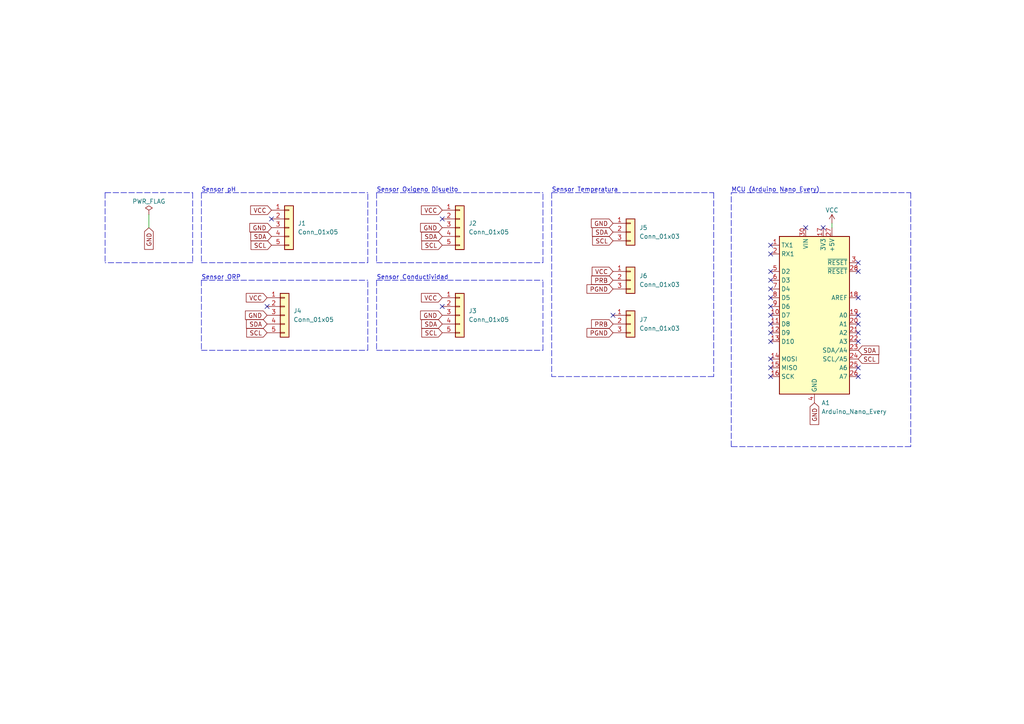
<source format=kicad_sch>
(kicad_sch (version 20211123) (generator eeschema)

  (uuid e63e39d7-6ac0-4ffd-8aa3-1841a4541b55)

  (paper "A4")

  (title_block
    (title "Atlas Sensor PCB")
    (date "2022-05-27")
    (rev "1.0")
    (company "ITCH")
    (comment 1 "Ricardo Escarcega")
    (comment 2 "Diseñado por:")
  )

  (lib_symbols
    (symbol "Connector_Generic:Conn_01x03" (pin_names (offset 1.016) hide) (in_bom yes) (on_board yes)
      (property "Reference" "J" (id 0) (at 0 5.08 0)
        (effects (font (size 1.27 1.27)))
      )
      (property "Value" "Conn_01x03" (id 1) (at 0 -5.08 0)
        (effects (font (size 1.27 1.27)))
      )
      (property "Footprint" "" (id 2) (at 0 0 0)
        (effects (font (size 1.27 1.27)) hide)
      )
      (property "Datasheet" "~" (id 3) (at 0 0 0)
        (effects (font (size 1.27 1.27)) hide)
      )
      (property "ki_keywords" "connector" (id 4) (at 0 0 0)
        (effects (font (size 1.27 1.27)) hide)
      )
      (property "ki_description" "Generic connector, single row, 01x03, script generated (kicad-library-utils/schlib/autogen/connector/)" (id 5) (at 0 0 0)
        (effects (font (size 1.27 1.27)) hide)
      )
      (property "ki_fp_filters" "Connector*:*_1x??_*" (id 6) (at 0 0 0)
        (effects (font (size 1.27 1.27)) hide)
      )
      (symbol "Conn_01x03_1_1"
        (rectangle (start -1.27 -2.413) (end 0 -2.667)
          (stroke (width 0.1524) (type default) (color 0 0 0 0))
          (fill (type none))
        )
        (rectangle (start -1.27 0.127) (end 0 -0.127)
          (stroke (width 0.1524) (type default) (color 0 0 0 0))
          (fill (type none))
        )
        (rectangle (start -1.27 2.667) (end 0 2.413)
          (stroke (width 0.1524) (type default) (color 0 0 0 0))
          (fill (type none))
        )
        (rectangle (start -1.27 3.81) (end 1.27 -3.81)
          (stroke (width 0.254) (type default) (color 0 0 0 0))
          (fill (type background))
        )
        (pin passive line (at -5.08 2.54 0) (length 3.81)
          (name "Pin_1" (effects (font (size 1.27 1.27))))
          (number "1" (effects (font (size 1.27 1.27))))
        )
        (pin passive line (at -5.08 0 0) (length 3.81)
          (name "Pin_2" (effects (font (size 1.27 1.27))))
          (number "2" (effects (font (size 1.27 1.27))))
        )
        (pin passive line (at -5.08 -2.54 0) (length 3.81)
          (name "Pin_3" (effects (font (size 1.27 1.27))))
          (number "3" (effects (font (size 1.27 1.27))))
        )
      )
    )
    (symbol "Connector_Generic:Conn_01x05" (pin_names (offset 1.016) hide) (in_bom yes) (on_board yes)
      (property "Reference" "J" (id 0) (at 0 7.62 0)
        (effects (font (size 1.27 1.27)))
      )
      (property "Value" "Conn_01x05" (id 1) (at 0 -7.62 0)
        (effects (font (size 1.27 1.27)))
      )
      (property "Footprint" "" (id 2) (at 0 0 0)
        (effects (font (size 1.27 1.27)) hide)
      )
      (property "Datasheet" "~" (id 3) (at 0 0 0)
        (effects (font (size 1.27 1.27)) hide)
      )
      (property "ki_keywords" "connector" (id 4) (at 0 0 0)
        (effects (font (size 1.27 1.27)) hide)
      )
      (property "ki_description" "Generic connector, single row, 01x05, script generated (kicad-library-utils/schlib/autogen/connector/)" (id 5) (at 0 0 0)
        (effects (font (size 1.27 1.27)) hide)
      )
      (property "ki_fp_filters" "Connector*:*_1x??_*" (id 6) (at 0 0 0)
        (effects (font (size 1.27 1.27)) hide)
      )
      (symbol "Conn_01x05_1_1"
        (rectangle (start -1.27 -4.953) (end 0 -5.207)
          (stroke (width 0.1524) (type default) (color 0 0 0 0))
          (fill (type none))
        )
        (rectangle (start -1.27 -2.413) (end 0 -2.667)
          (stroke (width 0.1524) (type default) (color 0 0 0 0))
          (fill (type none))
        )
        (rectangle (start -1.27 0.127) (end 0 -0.127)
          (stroke (width 0.1524) (type default) (color 0 0 0 0))
          (fill (type none))
        )
        (rectangle (start -1.27 2.667) (end 0 2.413)
          (stroke (width 0.1524) (type default) (color 0 0 0 0))
          (fill (type none))
        )
        (rectangle (start -1.27 5.207) (end 0 4.953)
          (stroke (width 0.1524) (type default) (color 0 0 0 0))
          (fill (type none))
        )
        (rectangle (start -1.27 6.35) (end 1.27 -6.35)
          (stroke (width 0.254) (type default) (color 0 0 0 0))
          (fill (type background))
        )
        (pin passive line (at -5.08 5.08 0) (length 3.81)
          (name "Pin_1" (effects (font (size 1.27 1.27))))
          (number "1" (effects (font (size 1.27 1.27))))
        )
        (pin passive line (at -5.08 2.54 0) (length 3.81)
          (name "Pin_2" (effects (font (size 1.27 1.27))))
          (number "2" (effects (font (size 1.27 1.27))))
        )
        (pin passive line (at -5.08 0 0) (length 3.81)
          (name "Pin_3" (effects (font (size 1.27 1.27))))
          (number "3" (effects (font (size 1.27 1.27))))
        )
        (pin passive line (at -5.08 -2.54 0) (length 3.81)
          (name "Pin_4" (effects (font (size 1.27 1.27))))
          (number "4" (effects (font (size 1.27 1.27))))
        )
        (pin passive line (at -5.08 -5.08 0) (length 3.81)
          (name "Pin_5" (effects (font (size 1.27 1.27))))
          (number "5" (effects (font (size 1.27 1.27))))
        )
      )
    )
    (symbol "MCU_Module:Arduino_Nano_Every" (in_bom yes) (on_board yes)
      (property "Reference" "A" (id 0) (at -10.16 23.495 0)
        (effects (font (size 1.27 1.27)) (justify left bottom))
      )
      (property "Value" "Arduino_Nano_Every" (id 1) (at 5.08 -24.13 0)
        (effects (font (size 1.27 1.27)) (justify left top))
      )
      (property "Footprint" "Module:Arduino_Nano" (id 2) (at 0 0 0)
        (effects (font (size 1.27 1.27) italic) hide)
      )
      (property "Datasheet" "https://content.arduino.cc/assets/NANOEveryV3.0_sch.pdf" (id 3) (at 0 0 0)
        (effects (font (size 1.27 1.27)) hide)
      )
      (property "ki_keywords" "Arduino nano microcontroller module USB UPDI AATMega4809 AVR" (id 4) (at 0 0 0)
        (effects (font (size 1.27 1.27)) hide)
      )
      (property "ki_description" "Arduino Nano Every" (id 5) (at 0 0 0)
        (effects (font (size 1.27 1.27)) hide)
      )
      (property "ki_fp_filters" "Arduino*Nano*" (id 6) (at 0 0 0)
        (effects (font (size 1.27 1.27)) hide)
      )
      (symbol "Arduino_Nano_Every_0_1"
        (rectangle (start -10.16 22.86) (end 10.16 -22.86)
          (stroke (width 0.254) (type default) (color 0 0 0 0))
          (fill (type background))
        )
      )
      (symbol "Arduino_Nano_Every_1_1"
        (pin bidirectional line (at -12.7 20.32 0) (length 2.54)
          (name "TX1" (effects (font (size 1.27 1.27))))
          (number "1" (effects (font (size 1.27 1.27))))
        )
        (pin bidirectional line (at -12.7 0 0) (length 2.54)
          (name "D7" (effects (font (size 1.27 1.27))))
          (number "10" (effects (font (size 1.27 1.27))))
        )
        (pin bidirectional line (at -12.7 -2.54 0) (length 2.54)
          (name "D8" (effects (font (size 1.27 1.27))))
          (number "11" (effects (font (size 1.27 1.27))))
        )
        (pin bidirectional line (at -12.7 -5.08 0) (length 2.54)
          (name "D9" (effects (font (size 1.27 1.27))))
          (number "12" (effects (font (size 1.27 1.27))))
        )
        (pin bidirectional line (at -12.7 -7.62 0) (length 2.54)
          (name "D10" (effects (font (size 1.27 1.27))))
          (number "13" (effects (font (size 1.27 1.27))))
        )
        (pin bidirectional line (at -12.7 -12.7 0) (length 2.54)
          (name "MOSI" (effects (font (size 1.27 1.27))))
          (number "14" (effects (font (size 1.27 1.27))))
        )
        (pin bidirectional line (at -12.7 -15.24 0) (length 2.54)
          (name "MISO" (effects (font (size 1.27 1.27))))
          (number "15" (effects (font (size 1.27 1.27))))
        )
        (pin bidirectional line (at -12.7 -17.78 0) (length 2.54)
          (name "SCK" (effects (font (size 1.27 1.27))))
          (number "16" (effects (font (size 1.27 1.27))))
        )
        (pin power_out line (at 2.54 25.4 270) (length 2.54)
          (name "3V3" (effects (font (size 1.27 1.27))))
          (number "17" (effects (font (size 1.27 1.27))))
        )
        (pin input line (at 12.7 5.08 180) (length 2.54)
          (name "AREF" (effects (font (size 1.27 1.27))))
          (number "18" (effects (font (size 1.27 1.27))))
        )
        (pin bidirectional line (at 12.7 0 180) (length 2.54)
          (name "A0" (effects (font (size 1.27 1.27))))
          (number "19" (effects (font (size 1.27 1.27))))
        )
        (pin bidirectional line (at -12.7 17.78 0) (length 2.54)
          (name "RX1" (effects (font (size 1.27 1.27))))
          (number "2" (effects (font (size 1.27 1.27))))
        )
        (pin bidirectional line (at 12.7 -2.54 180) (length 2.54)
          (name "A1" (effects (font (size 1.27 1.27))))
          (number "20" (effects (font (size 1.27 1.27))))
        )
        (pin bidirectional line (at 12.7 -5.08 180) (length 2.54)
          (name "A2" (effects (font (size 1.27 1.27))))
          (number "21" (effects (font (size 1.27 1.27))))
        )
        (pin bidirectional line (at 12.7 -7.62 180) (length 2.54)
          (name "A3" (effects (font (size 1.27 1.27))))
          (number "22" (effects (font (size 1.27 1.27))))
        )
        (pin bidirectional line (at 12.7 -10.16 180) (length 2.54)
          (name "SDA/A4" (effects (font (size 1.27 1.27))))
          (number "23" (effects (font (size 1.27 1.27))))
        )
        (pin bidirectional line (at 12.7 -12.7 180) (length 2.54)
          (name "SCL/A5" (effects (font (size 1.27 1.27))))
          (number "24" (effects (font (size 1.27 1.27))))
        )
        (pin bidirectional line (at 12.7 -15.24 180) (length 2.54)
          (name "A6" (effects (font (size 1.27 1.27))))
          (number "25" (effects (font (size 1.27 1.27))))
        )
        (pin bidirectional line (at 12.7 -17.78 180) (length 2.54)
          (name "A7" (effects (font (size 1.27 1.27))))
          (number "26" (effects (font (size 1.27 1.27))))
        )
        (pin power_out line (at 5.08 25.4 270) (length 2.54)
          (name "+5V" (effects (font (size 1.27 1.27))))
          (number "27" (effects (font (size 1.27 1.27))))
        )
        (pin input line (at 12.7 12.7 180) (length 2.54)
          (name "~{RESET}" (effects (font (size 1.27 1.27))))
          (number "28" (effects (font (size 1.27 1.27))))
        )
        (pin passive line (at 0 -25.4 90) (length 2.54) hide
          (name "GND" (effects (font (size 1.27 1.27))))
          (number "29" (effects (font (size 1.27 1.27))))
        )
        (pin input line (at 12.7 15.24 180) (length 2.54)
          (name "~{RESET}" (effects (font (size 1.27 1.27))))
          (number "3" (effects (font (size 1.27 1.27))))
        )
        (pin power_in line (at -2.54 25.4 270) (length 2.54)
          (name "VIN" (effects (font (size 1.27 1.27))))
          (number "30" (effects (font (size 1.27 1.27))))
        )
        (pin power_in line (at 0 -25.4 90) (length 2.54)
          (name "GND" (effects (font (size 1.27 1.27))))
          (number "4" (effects (font (size 1.27 1.27))))
        )
        (pin bidirectional line (at -12.7 12.7 0) (length 2.54)
          (name "D2" (effects (font (size 1.27 1.27))))
          (number "5" (effects (font (size 1.27 1.27))))
        )
        (pin bidirectional line (at -12.7 10.16 0) (length 2.54)
          (name "D3" (effects (font (size 1.27 1.27))))
          (number "6" (effects (font (size 1.27 1.27))))
        )
        (pin bidirectional line (at -12.7 7.62 0) (length 2.54)
          (name "D4" (effects (font (size 1.27 1.27))))
          (number "7" (effects (font (size 1.27 1.27))))
        )
        (pin bidirectional line (at -12.7 5.08 0) (length 2.54)
          (name "D5" (effects (font (size 1.27 1.27))))
          (number "8" (effects (font (size 1.27 1.27))))
        )
        (pin bidirectional line (at -12.7 2.54 0) (length 2.54)
          (name "D6" (effects (font (size 1.27 1.27))))
          (number "9" (effects (font (size 1.27 1.27))))
        )
      )
    )
    (symbol "power:PWR_FLAG" (power) (pin_numbers hide) (pin_names (offset 0) hide) (in_bom yes) (on_board yes)
      (property "Reference" "#FLG" (id 0) (at 0 1.905 0)
        (effects (font (size 1.27 1.27)) hide)
      )
      (property "Value" "PWR_FLAG" (id 1) (at 0 3.81 0)
        (effects (font (size 1.27 1.27)))
      )
      (property "Footprint" "" (id 2) (at 0 0 0)
        (effects (font (size 1.27 1.27)) hide)
      )
      (property "Datasheet" "~" (id 3) (at 0 0 0)
        (effects (font (size 1.27 1.27)) hide)
      )
      (property "ki_keywords" "power-flag" (id 4) (at 0 0 0)
        (effects (font (size 1.27 1.27)) hide)
      )
      (property "ki_description" "Special symbol for telling ERC where power comes from" (id 5) (at 0 0 0)
        (effects (font (size 1.27 1.27)) hide)
      )
      (symbol "PWR_FLAG_0_0"
        (pin power_out line (at 0 0 90) (length 0)
          (name "pwr" (effects (font (size 1.27 1.27))))
          (number "1" (effects (font (size 1.27 1.27))))
        )
      )
      (symbol "PWR_FLAG_0_1"
        (polyline
          (pts
            (xy 0 0)
            (xy 0 1.27)
            (xy -1.016 1.905)
            (xy 0 2.54)
            (xy 1.016 1.905)
            (xy 0 1.27)
          )
          (stroke (width 0) (type default) (color 0 0 0 0))
          (fill (type none))
        )
      )
    )
    (symbol "power:VCC" (power) (pin_names (offset 0)) (in_bom yes) (on_board yes)
      (property "Reference" "#PWR" (id 0) (at 0 -3.81 0)
        (effects (font (size 1.27 1.27)) hide)
      )
      (property "Value" "VCC" (id 1) (at 0 3.81 0)
        (effects (font (size 1.27 1.27)))
      )
      (property "Footprint" "" (id 2) (at 0 0 0)
        (effects (font (size 1.27 1.27)) hide)
      )
      (property "Datasheet" "" (id 3) (at 0 0 0)
        (effects (font (size 1.27 1.27)) hide)
      )
      (property "ki_keywords" "power-flag" (id 4) (at 0 0 0)
        (effects (font (size 1.27 1.27)) hide)
      )
      (property "ki_description" "Power symbol creates a global label with name \"VCC\"" (id 5) (at 0 0 0)
        (effects (font (size 1.27 1.27)) hide)
      )
      (symbol "VCC_0_1"
        (polyline
          (pts
            (xy -0.762 1.27)
            (xy 0 2.54)
          )
          (stroke (width 0) (type default) (color 0 0 0 0))
          (fill (type none))
        )
        (polyline
          (pts
            (xy 0 0)
            (xy 0 2.54)
          )
          (stroke (width 0) (type default) (color 0 0 0 0))
          (fill (type none))
        )
        (polyline
          (pts
            (xy 0 2.54)
            (xy 0.762 1.27)
          )
          (stroke (width 0) (type default) (color 0 0 0 0))
          (fill (type none))
        )
      )
      (symbol "VCC_1_1"
        (pin power_in line (at 0 0 90) (length 0) hide
          (name "VCC" (effects (font (size 1.27 1.27))))
          (number "1" (effects (font (size 1.27 1.27))))
        )
      )
    )
  )


  (no_connect (at 128.27 88.9) (uuid 36c39291-9b68-46d8-a0e3-acfa6ced1e66))
  (no_connect (at 128.27 63.5) (uuid 36c39291-9b68-46d8-a0e3-acfa6ced1e66))
  (no_connect (at 77.47 88.9) (uuid 36c39291-9b68-46d8-a0e3-acfa6ced1e66))
  (no_connect (at 78.74 63.5) (uuid 36c39291-9b68-46d8-a0e3-acfa6ced1e66))
  (no_connect (at 223.52 93.98) (uuid 782c5607-b71b-4cd8-af13-a20f5e492676))
  (no_connect (at 223.52 96.52) (uuid 782c5607-b71b-4cd8-af13-a20f5e492676))
  (no_connect (at 223.52 88.9) (uuid 782c5607-b71b-4cd8-af13-a20f5e492676))
  (no_connect (at 223.52 86.36) (uuid 782c5607-b71b-4cd8-af13-a20f5e492676))
  (no_connect (at 223.52 91.44) (uuid 782c5607-b71b-4cd8-af13-a20f5e492676))
  (no_connect (at 248.92 106.68) (uuid 782c5607-b71b-4cd8-af13-a20f5e492676))
  (no_connect (at 223.52 104.14) (uuid 782c5607-b71b-4cd8-af13-a20f5e492676))
  (no_connect (at 248.92 109.22) (uuid 782c5607-b71b-4cd8-af13-a20f5e492676))
  (no_connect (at 223.52 109.22) (uuid 782c5607-b71b-4cd8-af13-a20f5e492676))
  (no_connect (at 223.52 106.68) (uuid 782c5607-b71b-4cd8-af13-a20f5e492676))
  (no_connect (at 223.52 83.82) (uuid 782c5607-b71b-4cd8-af13-a20f5e492676))
  (no_connect (at 223.52 78.74) (uuid 782c5607-b71b-4cd8-af13-a20f5e492676))
  (no_connect (at 223.52 81.28) (uuid 782c5607-b71b-4cd8-af13-a20f5e492676))
  (no_connect (at 223.52 99.06) (uuid 782c5607-b71b-4cd8-af13-a20f5e492676))
  (no_connect (at 177.8 91.44) (uuid b1b86599-bf60-4e01-b857-ef457363a422))
  (no_connect (at 248.92 99.06) (uuid e091d0d4-05db-48ca-9fe4-0d644df1d076))
  (no_connect (at 248.92 93.98) (uuid e091d0d4-05db-48ca-9fe4-0d644df1d076))
  (no_connect (at 233.68 66.04) (uuid e091d0d4-05db-48ca-9fe4-0d644df1d076))
  (no_connect (at 238.76 66.04) (uuid e091d0d4-05db-48ca-9fe4-0d644df1d076))
  (no_connect (at 248.92 78.74) (uuid e091d0d4-05db-48ca-9fe4-0d644df1d076))
  (no_connect (at 248.92 86.36) (uuid e091d0d4-05db-48ca-9fe4-0d644df1d076))
  (no_connect (at 248.92 76.2) (uuid e091d0d4-05db-48ca-9fe4-0d644df1d076))
  (no_connect (at 223.52 73.66) (uuid e091d0d4-05db-48ca-9fe4-0d644df1d076))
  (no_connect (at 248.92 91.44) (uuid e091d0d4-05db-48ca-9fe4-0d644df1d076))
  (no_connect (at 248.92 96.52) (uuid e091d0d4-05db-48ca-9fe4-0d644df1d076))
  (no_connect (at 223.52 71.12) (uuid e091d0d4-05db-48ca-9fe4-0d644df1d076))

  (polyline (pts (xy 58.42 55.88) (xy 106.68 55.88))
    (stroke (width 0) (type default) (color 0 0 0 0))
    (uuid 001969ba-6151-431c-89f1-aa1b484bcb7d)
  )

  (wire (pts (xy 241.3 64.77) (xy 241.3 66.04))
    (stroke (width 0) (type default) (color 0 0 0 0))
    (uuid 003fa981-d5f9-49af-8fb7-c6ff809eec4f)
  )
  (polyline (pts (xy 55.88 76.2) (xy 30.48 76.2))
    (stroke (width 0) (type default) (color 0 0 0 0))
    (uuid 061ac54b-e2a6-4ef2-9024-6e5970721c50)
  )
  (polyline (pts (xy 30.48 55.88) (xy 30.48 76.2))
    (stroke (width 0) (type default) (color 0 0 0 0))
    (uuid 0dbe29b3-7a90-4f5d-af42-468b6ab3a4eb)
  )
  (polyline (pts (xy 55.88 55.88) (xy 55.88 76.2))
    (stroke (width 0) (type default) (color 0 0 0 0))
    (uuid 2334786a-89af-4fa5-8a94-ae91d11b0933)
  )

  (wire (pts (xy 43.18 62.23) (xy 43.18 66.04))
    (stroke (width 0) (type default) (color 0 0 0 0))
    (uuid 254ed72c-e188-4eb9-991d-91a5bc587842)
  )
  (polyline (pts (xy 264.16 55.88) (xy 264.16 129.54))
    (stroke (width 0) (type default) (color 0 0 0 0))
    (uuid 25cafc01-c867-4a2d-967b-37666a36d1e0)
  )
  (polyline (pts (xy 109.22 81.28) (xy 109.22 101.6))
    (stroke (width 0) (type default) (color 0 0 0 0))
    (uuid 3f834c6d-aa14-4e50-9191-f1b10101ce14)
  )
  (polyline (pts (xy 264.16 129.54) (xy 212.09 129.54))
    (stroke (width 0) (type default) (color 0 0 0 0))
    (uuid 520db698-d7f8-46ce-bd86-8a80c14d7012)
  )
  (polyline (pts (xy 58.42 76.2) (xy 106.68 76.2))
    (stroke (width 0) (type default) (color 0 0 0 0))
    (uuid 594cf31e-2281-4634-aece-b3c4f76090af)
  )
  (polyline (pts (xy 217.17 55.88) (xy 264.16 55.88))
    (stroke (width 0) (type default) (color 0 0 0 0))
    (uuid 686b5653-e3f4-430b-9fd7-959c4b2104f7)
  )
  (polyline (pts (xy 106.68 101.6) (xy 106.68 81.28))
    (stroke (width 0) (type default) (color 0 0 0 0))
    (uuid 724c1a1a-09e5-42c2-b7b6-0b379737130a)
  )
  (polyline (pts (xy 109.22 55.88) (xy 109.22 76.2))
    (stroke (width 0) (type default) (color 0 0 0 0))
    (uuid 742a688d-d537-47a9-a7e9-1f169473420b)
  )
  (polyline (pts (xy 58.42 55.88) (xy 58.42 76.2))
    (stroke (width 0) (type default) (color 0 0 0 0))
    (uuid 77462f3c-502a-4881-8c27-38c861f86c17)
  )
  (polyline (pts (xy 207.01 55.88) (xy 207.01 109.22))
    (stroke (width 0) (type default) (color 0 0 0 0))
    (uuid 88520720-100d-4843-b4ce-1c377a1ecbb3)
  )
  (polyline (pts (xy 106.68 76.2) (xy 106.68 55.88))
    (stroke (width 0) (type default) (color 0 0 0 0))
    (uuid 8d921e63-bec9-4a36-a0fb-640e2174fa00)
  )
  (polyline (pts (xy 109.22 81.28) (xy 157.48 81.28))
    (stroke (width 0) (type default) (color 0 0 0 0))
    (uuid 975b2bbc-ddad-4c22-81ee-7724f77ffffd)
  )
  (polyline (pts (xy 207.01 109.22) (xy 160.02 109.22))
    (stroke (width 0) (type default) (color 0 0 0 0))
    (uuid 99ffebe4-7a56-4fa8-b236-17138110bb94)
  )
  (polyline (pts (xy 109.22 76.2) (xy 157.48 76.2))
    (stroke (width 0) (type default) (color 0 0 0 0))
    (uuid a7e340ae-0660-42bc-a5a9-6fdc562c67f5)
  )
  (polyline (pts (xy 109.22 101.6) (xy 157.48 101.6))
    (stroke (width 0) (type default) (color 0 0 0 0))
    (uuid adb8ef37-85cc-4f09-96b1-2f4e3145416a)
  )
  (polyline (pts (xy 212.09 55.88) (xy 217.17 55.88))
    (stroke (width 0) (type default) (color 0 0 0 0))
    (uuid b55c01f2-b1c8-4702-9900-b87f78d5575f)
  )
  (polyline (pts (xy 160.02 55.88) (xy 160.02 109.22))
    (stroke (width 0) (type default) (color 0 0 0 0))
    (uuid b598988c-d3e9-45f4-919e-fdf98fedc3ed)
  )
  (polyline (pts (xy 157.48 101.6) (xy 157.48 81.28))
    (stroke (width 0) (type default) (color 0 0 0 0))
    (uuid bc860d4a-4e52-4286-a592-328b4cc82188)
  )
  (polyline (pts (xy 160.02 55.88) (xy 207.01 55.88))
    (stroke (width 0) (type default) (color 0 0 0 0))
    (uuid c22153b7-5c43-4c90-8aa2-9d82fc9964b8)
  )
  (polyline (pts (xy 58.42 101.6) (xy 106.68 101.6))
    (stroke (width 0) (type default) (color 0 0 0 0))
    (uuid cb16887e-8133-494e-9058-ab3303243bb0)
  )
  (polyline (pts (xy 109.22 55.88) (xy 157.48 55.88))
    (stroke (width 0) (type default) (color 0 0 0 0))
    (uuid e72ba272-bcbd-4521-8d4e-d1a5a71999e4)
  )
  (polyline (pts (xy 212.09 129.54) (xy 212.09 55.88))
    (stroke (width 0) (type default) (color 0 0 0 0))
    (uuid e948b95b-057b-42d7-ba52-b9351ada1e3a)
  )
  (polyline (pts (xy 157.48 76.2) (xy 157.48 55.88))
    (stroke (width 0) (type default) (color 0 0 0 0))
    (uuid eb144a07-3374-4e14-8008-a50e3b3f2a8a)
  )
  (polyline (pts (xy 58.42 81.28) (xy 58.42 101.6))
    (stroke (width 0) (type default) (color 0 0 0 0))
    (uuid eb3f1f39-5a4a-4abd-ad63-2347e59893d3)
  )
  (polyline (pts (xy 30.48 55.88) (xy 55.88 55.88))
    (stroke (width 0) (type default) (color 0 0 0 0))
    (uuid f07e37d5-6561-4253-a125-d8c46d6fd4c2)
  )
  (polyline (pts (xy 58.42 81.28) (xy 106.68 81.28))
    (stroke (width 0) (type default) (color 0 0 0 0))
    (uuid fa35ff6f-9f09-4fba-bdda-fc9687622a5e)
  )

  (text "Sensor ORP" (at 58.42 81.28 0)
    (effects (font (size 1.27 1.27)) (justify left bottom))
    (uuid 2aaeffc7-3e52-46e0-8c71-54d1bb174218)
  )
  (text "Sensor Oxigeno Disuelto" (at 109.22 55.88 0)
    (effects (font (size 1.27 1.27)) (justify left bottom))
    (uuid 3940d6c8-7569-4157-9471-560147a2db46)
  )
  (text "MCU (Arduino Nano Every)" (at 212.09 55.88 0)
    (effects (font (size 1.27 1.27)) (justify left bottom))
    (uuid 5506a671-5524-458b-9e40-55892e95f427)
  )
  (text "Sensor Temperatura\n" (at 160.02 55.88 0)
    (effects (font (size 1.27 1.27)) (justify left bottom))
    (uuid 69aa40dc-b125-400d-ba79-cca77ef8c2ac)
  )
  (text "Sensor Conductividad" (at 109.22 81.28 0)
    (effects (font (size 1.27 1.27)) (justify left bottom))
    (uuid a34ee147-cd70-417a-bf76-eb230244614f)
  )
  (text "Sensor pH" (at 58.42 55.88 0)
    (effects (font (size 1.27 1.27)) (justify left bottom))
    (uuid a7fc14c0-08f9-4be3-a84b-eb0c5685c7bc)
  )

  (global_label "PGND" (shape input) (at 177.8 96.52 180) (fields_autoplaced)
    (effects (font (size 1.27 1.27)) (justify right))
    (uuid 0d1ccf5c-1126-4c6c-9547-d3d1309e3379)
    (property "Intersheet References" "${INTERSHEET_REFS}" (id 0) (at 170.2464 96.4406 0)
      (effects (font (size 1.27 1.27)) (justify right) hide)
    )
  )
  (global_label "SDA" (shape input) (at 177.8 67.31 180) (fields_autoplaced)
    (effects (font (size 1.27 1.27)) (justify right))
    (uuid 11e50b76-d84b-4c65-9ffb-e20b90cd3092)
    (property "Intersheet References" "${INTERSHEET_REFS}" (id 0) (at 171.8188 67.2306 0)
      (effects (font (size 1.27 1.27)) (justify right) hide)
    )
  )
  (global_label "VCC" (shape input) (at 78.74 60.96 180) (fields_autoplaced)
    (effects (font (size 1.27 1.27)) (justify right))
    (uuid 18e683a1-86c3-4943-9b7d-c17d891c0699)
    (property "Intersheet References" "${INTERSHEET_REFS}" (id 0) (at 72.6983 60.8806 0)
      (effects (font (size 1.27 1.27)) (justify right) hide)
    )
  )
  (global_label "VCC" (shape input) (at 177.8 78.74 180) (fields_autoplaced)
    (effects (font (size 1.27 1.27)) (justify right))
    (uuid 1b921c6c-05ee-463f-93cc-08e3ca213f6d)
    (property "Intersheet References" "${INTERSHEET_REFS}" (id 0) (at 171.7583 78.6606 0)
      (effects (font (size 1.27 1.27)) (justify right) hide)
    )
  )
  (global_label "SDA" (shape input) (at 128.27 68.58 180) (fields_autoplaced)
    (effects (font (size 1.27 1.27)) (justify right))
    (uuid 2df330af-f16f-4354-91aa-247f37aa3af7)
    (property "Intersheet References" "${INTERSHEET_REFS}" (id 0) (at 122.2888 68.5006 0)
      (effects (font (size 1.27 1.27)) (justify right) hide)
    )
  )
  (global_label "GND" (shape input) (at 236.22 116.84 270) (fields_autoplaced)
    (effects (font (size 1.27 1.27)) (justify right))
    (uuid 3654e686-eaa1-4650-a36d-2fc7657f437f)
    (property "Intersheet References" "${INTERSHEET_REFS}" (id 0) (at 236.1406 123.1236 90)
      (effects (font (size 1.27 1.27)) (justify right) hide)
    )
  )
  (global_label "GND" (shape input) (at 77.47 91.44 180) (fields_autoplaced)
    (effects (font (size 1.27 1.27)) (justify right))
    (uuid 406b0538-e407-42dc-b3f5-635fd43e5eaf)
    (property "Intersheet References" "${INTERSHEET_REFS}" (id 0) (at 71.1864 91.3606 0)
      (effects (font (size 1.27 1.27)) (justify right) hide)
    )
  )
  (global_label "PRB" (shape input) (at 177.8 93.98 180) (fields_autoplaced)
    (effects (font (size 1.27 1.27)) (justify right))
    (uuid 43a2837d-883e-43fe-b0c5-fca192fcb845)
    (property "Intersheet References" "${INTERSHEET_REFS}" (id 0) (at 171.5769 93.9006 0)
      (effects (font (size 1.27 1.27)) (justify right) hide)
    )
  )
  (global_label "VCC" (shape input) (at 128.27 60.96 180) (fields_autoplaced)
    (effects (font (size 1.27 1.27)) (justify right))
    (uuid 5255afe8-5b24-47f6-bd25-a8db80ee6050)
    (property "Intersheet References" "${INTERSHEET_REFS}" (id 0) (at 122.2283 60.8806 0)
      (effects (font (size 1.27 1.27)) (justify right) hide)
    )
  )
  (global_label "SCL" (shape input) (at 128.27 71.12 180) (fields_autoplaced)
    (effects (font (size 1.27 1.27)) (justify right))
    (uuid 6e4d94b1-0d84-4611-aaa2-6eccaeb97f4a)
    (property "Intersheet References" "${INTERSHEET_REFS}" (id 0) (at 122.3493 71.0406 0)
      (effects (font (size 1.27 1.27)) (justify right) hide)
    )
  )
  (global_label "SCL" (shape input) (at 177.8 69.85 180) (fields_autoplaced)
    (effects (font (size 1.27 1.27)) (justify right))
    (uuid 743b52b9-bd40-44ba-9cff-d24408588362)
    (property "Intersheet References" "${INTERSHEET_REFS}" (id 0) (at 171.8793 69.7706 0)
      (effects (font (size 1.27 1.27)) (justify right) hide)
    )
  )
  (global_label "PRB" (shape input) (at 177.8 81.28 180) (fields_autoplaced)
    (effects (font (size 1.27 1.27)) (justify right))
    (uuid 807d5914-5d16-4199-8f6f-81ec0926c786)
    (property "Intersheet References" "${INTERSHEET_REFS}" (id 0) (at 171.5769 81.2006 0)
      (effects (font (size 1.27 1.27)) (justify right) hide)
    )
  )
  (global_label "GND" (shape input) (at 43.18 66.04 270) (fields_autoplaced)
    (effects (font (size 1.27 1.27)) (justify right))
    (uuid 87f94efa-632f-48dc-8753-0066f56dcf0b)
    (property "Intersheet References" "${INTERSHEET_REFS}" (id 0) (at 43.1006 72.3236 90)
      (effects (font (size 1.27 1.27)) (justify right) hide)
    )
  )
  (global_label "GND" (shape input) (at 78.74 66.04 180) (fields_autoplaced)
    (effects (font (size 1.27 1.27)) (justify right))
    (uuid 8b14ef2e-12af-4862-b44e-89f80b6b7488)
    (property "Intersheet References" "${INTERSHEET_REFS}" (id 0) (at 72.4564 65.9606 0)
      (effects (font (size 1.27 1.27)) (justify right) hide)
    )
  )
  (global_label "VCC" (shape input) (at 77.47 86.36 180) (fields_autoplaced)
    (effects (font (size 1.27 1.27)) (justify right))
    (uuid 8ccf33ad-2266-440f-900c-07d43750e7e7)
    (property "Intersheet References" "${INTERSHEET_REFS}" (id 0) (at 71.4283 86.2806 0)
      (effects (font (size 1.27 1.27)) (justify right) hide)
    )
  )
  (global_label "PGND" (shape input) (at 177.8 83.82 180) (fields_autoplaced)
    (effects (font (size 1.27 1.27)) (justify right))
    (uuid 8df61d50-72ca-4280-b2f2-952f114cb9e5)
    (property "Intersheet References" "${INTERSHEET_REFS}" (id 0) (at 170.2464 83.7406 0)
      (effects (font (size 1.27 1.27)) (justify right) hide)
    )
  )
  (global_label "VCC" (shape input) (at 128.27 86.36 180) (fields_autoplaced)
    (effects (font (size 1.27 1.27)) (justify right))
    (uuid 9be2a599-af8f-4e17-8176-118e206afe38)
    (property "Intersheet References" "${INTERSHEET_REFS}" (id 0) (at 122.2283 86.2806 0)
      (effects (font (size 1.27 1.27)) (justify right) hide)
    )
  )
  (global_label "GND" (shape input) (at 128.27 91.44 180) (fields_autoplaced)
    (effects (font (size 1.27 1.27)) (justify right))
    (uuid 9f1d5c60-85a7-4187-b489-72c37b8e073a)
    (property "Intersheet References" "${INTERSHEET_REFS}" (id 0) (at 121.9864 91.3606 0)
      (effects (font (size 1.27 1.27)) (justify right) hide)
    )
  )
  (global_label "GND" (shape input) (at 177.8 64.77 180) (fields_autoplaced)
    (effects (font (size 1.27 1.27)) (justify right))
    (uuid a726ef49-e946-4671-9aa7-12936f51e590)
    (property "Intersheet References" "${INTERSHEET_REFS}" (id 0) (at 171.5164 64.6906 0)
      (effects (font (size 1.27 1.27)) (justify right) hide)
    )
  )
  (global_label "SCL" (shape input) (at 128.27 96.52 180) (fields_autoplaced)
    (effects (font (size 1.27 1.27)) (justify right))
    (uuid b3fdc127-f03d-40ac-8e05-e604becc99fc)
    (property "Intersheet References" "${INTERSHEET_REFS}" (id 0) (at 122.3493 96.4406 0)
      (effects (font (size 1.27 1.27)) (justify right) hide)
    )
  )
  (global_label "GND" (shape input) (at 128.27 66.04 180) (fields_autoplaced)
    (effects (font (size 1.27 1.27)) (justify right))
    (uuid c6b4bf60-d044-40a7-9b09-dffa07a1f37c)
    (property "Intersheet References" "${INTERSHEET_REFS}" (id 0) (at 121.9864 65.9606 0)
      (effects (font (size 1.27 1.27)) (justify right) hide)
    )
  )
  (global_label "SCL" (shape input) (at 77.47 96.52 180) (fields_autoplaced)
    (effects (font (size 1.27 1.27)) (justify right))
    (uuid d6b68e66-27e0-41d8-aeb1-6de113ea8cbf)
    (property "Intersheet References" "${INTERSHEET_REFS}" (id 0) (at 71.5493 96.4406 0)
      (effects (font (size 1.27 1.27)) (justify right) hide)
    )
  )
  (global_label "SCL" (shape input) (at 78.74 71.12 180) (fields_autoplaced)
    (effects (font (size 1.27 1.27)) (justify right))
    (uuid e95862b5-f96c-4cc4-abfd-16f2f89e2524)
    (property "Intersheet References" "${INTERSHEET_REFS}" (id 0) (at 72.8193 71.0406 0)
      (effects (font (size 1.27 1.27)) (justify right) hide)
    )
  )
  (global_label "SDA" (shape input) (at 248.92 101.6 0) (fields_autoplaced)
    (effects (font (size 1.27 1.27)) (justify left))
    (uuid ed5011fa-d0e4-48f5-a7ef-4b2f63701faf)
    (property "Intersheet References" "${INTERSHEET_REFS}" (id 0) (at 254.9012 101.6794 0)
      (effects (font (size 1.27 1.27)) (justify left) hide)
    )
  )
  (global_label "SCL" (shape input) (at 248.92 104.14 0) (fields_autoplaced)
    (effects (font (size 1.27 1.27)) (justify left))
    (uuid f2d9f32f-2d0d-41a5-ad51-a406b5ae2abe)
    (property "Intersheet References" "${INTERSHEET_REFS}" (id 0) (at 254.8407 104.2194 0)
      (effects (font (size 1.27 1.27)) (justify left) hide)
    )
  )
  (global_label "SDA" (shape input) (at 77.47 93.98 180) (fields_autoplaced)
    (effects (font (size 1.27 1.27)) (justify right))
    (uuid f9d04b36-5553-4d83-ae32-9901b622fe7a)
    (property "Intersheet References" "${INTERSHEET_REFS}" (id 0) (at 71.4888 93.9006 0)
      (effects (font (size 1.27 1.27)) (justify right) hide)
    )
  )
  (global_label "SDA" (shape input) (at 128.27 93.98 180) (fields_autoplaced)
    (effects (font (size 1.27 1.27)) (justify right))
    (uuid fe77b70b-a98d-432a-aee9-8459b913e691)
    (property "Intersheet References" "${INTERSHEET_REFS}" (id 0) (at 122.2888 93.9006 0)
      (effects (font (size 1.27 1.27)) (justify right) hide)
    )
  )
  (global_label "SDA" (shape input) (at 78.74 68.58 180) (fields_autoplaced)
    (effects (font (size 1.27 1.27)) (justify right))
    (uuid ff41c38b-a798-40a5-b225-1652ce6a5691)
    (property "Intersheet References" "${INTERSHEET_REFS}" (id 0) (at 72.7588 68.5006 0)
      (effects (font (size 1.27 1.27)) (justify right) hide)
    )
  )

  (symbol (lib_id "Connector_Generic:Conn_01x03") (at 182.88 81.28 0) (unit 1)
    (in_bom yes) (on_board yes) (fields_autoplaced)
    (uuid 19bc670a-b6b8-45f6-af5d-2c0b05ac472c)
    (property "Reference" "J6" (id 0) (at 185.42 80.0099 0)
      (effects (font (size 1.27 1.27)) (justify left))
    )
    (property "Value" "Conn_01x03" (id 1) (at 185.42 82.5499 0)
      (effects (font (size 1.27 1.27)) (justify left))
    )
    (property "Footprint" "Connector_PinSocket_2.54mm:PinSocket_1x03_P2.54mm_Vertical" (id 2) (at 182.88 81.28 0)
      (effects (font (size 1.27 1.27)) hide)
    )
    (property "Datasheet" "~" (id 3) (at 182.88 81.28 0)
      (effects (font (size 1.27 1.27)) hide)
    )
    (pin "1" (uuid 6857801e-33f5-4995-a8d9-8ae149f6e831))
    (pin "2" (uuid a2fb9939-5074-47b6-a3d8-5ee482f6fc93))
    (pin "3" (uuid beb0bdc8-c26e-400a-8419-6abccb847a87))
  )

  (symbol (lib_id "MCU_Module:Arduino_Nano_Every") (at 236.22 91.44 0) (unit 1)
    (in_bom yes) (on_board yes) (fields_autoplaced)
    (uuid 25776cc1-7f0c-4ab5-874e-b6a84e2abf50)
    (property "Reference" "A1" (id 0) (at 238.2394 116.84 0)
      (effects (font (size 1.27 1.27)) (justify left))
    )
    (property "Value" "Arduino_Nano_Every" (id 1) (at 238.2394 119.38 0)
      (effects (font (size 1.27 1.27)) (justify left))
    )
    (property "Footprint" "Module:Arduino_Nano" (id 2) (at 236.22 91.44 0)
      (effects (font (size 1.27 1.27) italic) hide)
    )
    (property "Datasheet" "https://content.arduino.cc/assets/NANOEveryV3.0_sch.pdf" (id 3) (at 236.22 91.44 0)
      (effects (font (size 1.27 1.27)) hide)
    )
    (pin "1" (uuid 2d6ab740-a195-433a-890c-fc55b080b211))
    (pin "10" (uuid 1cc418bb-686a-47ca-aad1-60ae49ff4f74))
    (pin "11" (uuid 9036be53-406b-4530-8a1b-445c8143807b))
    (pin "12" (uuid 758d7654-20ef-4fd9-b430-62779aceea9a))
    (pin "13" (uuid 01b8fede-3ba5-4bd3-8463-21f4332fa88c))
    (pin "14" (uuid f7867090-c261-4c57-9723-d6f137ed5c2d))
    (pin "15" (uuid 73d427d5-9182-4b65-a364-5c457d6762a9))
    (pin "16" (uuid 57cb6256-12b5-41ef-abe2-df2a6c0dcd96))
    (pin "17" (uuid 598028f7-6919-4a20-aa78-48695f80e6ae))
    (pin "18" (uuid 921aaedd-72ed-4c1e-b220-b0eb2b5b52c8))
    (pin "19" (uuid ea3f88c9-2f36-4ec1-b651-5158d8c3c070))
    (pin "2" (uuid 9e0abe11-241b-49a2-ad21-70c3a000f192))
    (pin "20" (uuid 7f435098-d85b-42cc-8461-7690d9182834))
    (pin "21" (uuid ef5424af-7165-4af3-a774-42a0561bc139))
    (pin "22" (uuid c59ec8bd-befb-49d9-9e0d-c9b97fbc56b5))
    (pin "23" (uuid 76831e56-5ebf-41e3-8b2b-c541760b92e8))
    (pin "24" (uuid 258b9f3b-aefe-4ade-b794-b2ee337b9778))
    (pin "25" (uuid 41d84172-e457-460b-85ca-33c273a5911b))
    (pin "26" (uuid 24115169-fbaf-42f8-8ea2-50b53559acae))
    (pin "27" (uuid 6845cdaa-47cc-4a5b-a166-50ea14c5a002))
    (pin "28" (uuid 845fdfbc-c464-442f-8ca4-945189100ea0))
    (pin "29" (uuid 7bca5ce3-6022-488e-b575-434a9a81f20c))
    (pin "3" (uuid 068537eb-19b5-43c2-a1fa-b0fc53cc0414))
    (pin "30" (uuid 3ea5cc76-f0b8-4e5c-8674-00da07e95e3e))
    (pin "4" (uuid 59c49c55-6c6d-471f-b166-5115d4ca7108))
    (pin "5" (uuid 24e025ff-1d02-4165-873a-70457b8e152e))
    (pin "6" (uuid 2b41069d-4510-4af9-bec6-27ec9a05496c))
    (pin "7" (uuid 243ab842-82be-46df-ba59-cc590a18ec99))
    (pin "8" (uuid 13cddfc4-84c9-45f9-a919-6c85f5f1b40d))
    (pin "9" (uuid 8544b55a-6739-490d-835e-4b5b67f1784f))
  )

  (symbol (lib_id "Connector_Generic:Conn_01x05") (at 82.55 91.44 0) (unit 1)
    (in_bom yes) (on_board yes) (fields_autoplaced)
    (uuid 36e57b13-3df7-42ec-957c-e2f6ac92dea9)
    (property "Reference" "J4" (id 0) (at 85.09 90.1699 0)
      (effects (font (size 1.27 1.27)) (justify left))
    )
    (property "Value" "Conn_01x05" (id 1) (at 85.09 92.7099 0)
      (effects (font (size 1.27 1.27)) (justify left))
    )
    (property "Footprint" "Connector_PinSocket_2.54mm:PinSocket_1x05_P2.54mm_Horizontal" (id 2) (at 82.55 91.44 0)
      (effects (font (size 1.27 1.27)) hide)
    )
    (property "Datasheet" "~" (id 3) (at 82.55 91.44 0)
      (effects (font (size 1.27 1.27)) hide)
    )
    (pin "1" (uuid 5a880622-77c6-4576-8a7e-d1980dc401ec))
    (pin "2" (uuid b344ef60-d81b-475a-bccd-eb65bb4e4254))
    (pin "3" (uuid 5f11cbc9-4f94-4ad7-a6f8-cf893a7142bc))
    (pin "4" (uuid 76d31174-71d1-4770-8792-a40389b285dc))
    (pin "5" (uuid bd9e7851-ccb2-4617-ba3b-e445716ae6f3))
  )

  (symbol (lib_id "Connector_Generic:Conn_01x05") (at 133.35 91.44 0) (unit 1)
    (in_bom yes) (on_board yes) (fields_autoplaced)
    (uuid 56b78539-f62e-470c-9da7-3e5e5b21b3e9)
    (property "Reference" "J3" (id 0) (at 135.89 90.1699 0)
      (effects (font (size 1.27 1.27)) (justify left))
    )
    (property "Value" "Conn_01x05" (id 1) (at 135.89 92.7099 0)
      (effects (font (size 1.27 1.27)) (justify left))
    )
    (property "Footprint" "Connector_PinSocket_2.54mm:PinSocket_1x05_P2.54mm_Horizontal" (id 2) (at 133.35 91.44 0)
      (effects (font (size 1.27 1.27)) hide)
    )
    (property "Datasheet" "~" (id 3) (at 133.35 91.44 0)
      (effects (font (size 1.27 1.27)) hide)
    )
    (pin "1" (uuid a6599f2c-a813-4ec4-889a-a3c42b3d9024))
    (pin "2" (uuid 56cf6c95-e7f6-48ae-aae1-9e5085352c59))
    (pin "3" (uuid 501581e7-f638-4c3f-9431-e7e56e0b9efb))
    (pin "4" (uuid bb304e6f-a650-4f29-9119-1512d4198a6c))
    (pin "5" (uuid bbfc1ca5-3a42-4933-9256-9cd6bffa31d2))
  )

  (symbol (lib_id "power:PWR_FLAG") (at 43.18 62.23 0) (unit 1)
    (in_bom yes) (on_board yes)
    (uuid 7f12cbea-6a9a-46fe-a3ec-2b65940fa7d4)
    (property "Reference" "#FLG0102" (id 0) (at 43.18 60.325 0)
      (effects (font (size 1.27 1.27)) hide)
    )
    (property "Value" "PWR_FLAG" (id 1) (at 43.18 58.42 0))
    (property "Footprint" "" (id 2) (at 43.18 62.23 0)
      (effects (font (size 1.27 1.27)) hide)
    )
    (property "Datasheet" "~" (id 3) (at 43.18 62.23 0)
      (effects (font (size 1.27 1.27)) hide)
    )
    (pin "1" (uuid 4bcfffbd-a1eb-45a3-897e-186698e02ebb))
  )

  (symbol (lib_id "Connector_Generic:Conn_01x03") (at 182.88 67.31 0) (unit 1)
    (in_bom yes) (on_board yes)
    (uuid 9568c71b-6383-446d-85f6-caa246c3022e)
    (property "Reference" "J5" (id 0) (at 185.42 66.0399 0)
      (effects (font (size 1.27 1.27)) (justify left))
    )
    (property "Value" "Conn_01x03" (id 1) (at 185.42 68.5799 0)
      (effects (font (size 1.27 1.27)) (justify left))
    )
    (property "Footprint" "Connector_PinSocket_2.54mm:PinSocket_1x03_P2.54mm_Vertical" (id 2) (at 182.88 67.31 0)
      (effects (font (size 1.27 1.27)) hide)
    )
    (property "Datasheet" "~" (id 3) (at 182.88 67.31 0)
      (effects (font (size 1.27 1.27)) hide)
    )
    (pin "1" (uuid 0faa3965-9987-411b-890f-0caf72ab0149))
    (pin "2" (uuid 608ffc32-d612-4705-955f-9f2e2936d9c9))
    (pin "3" (uuid bcafcdcf-f5a4-4c69-a7eb-d6b1d650832a))
  )

  (symbol (lib_id "Connector_Generic:Conn_01x05") (at 83.82 66.04 0) (unit 1)
    (in_bom yes) (on_board yes) (fields_autoplaced)
    (uuid 9ce7d010-913b-4e34-8311-b9fad075fcaf)
    (property "Reference" "J1" (id 0) (at 86.36 64.7699 0)
      (effects (font (size 1.27 1.27)) (justify left))
    )
    (property "Value" "Conn_01x05" (id 1) (at 86.36 67.3099 0)
      (effects (font (size 1.27 1.27)) (justify left))
    )
    (property "Footprint" "Connector_PinSocket_2.54mm:PinSocket_1x05_P2.54mm_Horizontal" (id 2) (at 83.82 66.04 0)
      (effects (font (size 1.27 1.27)) hide)
    )
    (property "Datasheet" "~" (id 3) (at 83.82 66.04 0)
      (effects (font (size 1.27 1.27)) hide)
    )
    (pin "1" (uuid f08b78e3-00cc-4545-b76f-007757fa75b3))
    (pin "2" (uuid 3a11d195-28e0-457d-8a65-fd02d49a1f78))
    (pin "3" (uuid f6bd7aba-1f99-4f1e-b21f-516a44b7739d))
    (pin "4" (uuid a7065f1e-dcee-43b5-a342-a4982c31c272))
    (pin "5" (uuid 2a393301-5f42-4cdb-951b-80f063c75605))
  )

  (symbol (lib_id "Connector_Generic:Conn_01x03") (at 182.88 93.98 0) (unit 1)
    (in_bom yes) (on_board yes) (fields_autoplaced)
    (uuid dc608b42-4233-48b9-9ff2-ed2a91689bbe)
    (property "Reference" "J7" (id 0) (at 185.42 92.7099 0)
      (effects (font (size 1.27 1.27)) (justify left))
    )
    (property "Value" "Conn_01x03" (id 1) (at 185.42 95.2499 0)
      (effects (font (size 1.27 1.27)) (justify left))
    )
    (property "Footprint" "Connector_PinSocket_2.54mm:PinSocket_1x03_P2.54mm_Vertical" (id 2) (at 182.88 93.98 0)
      (effects (font (size 1.27 1.27)) hide)
    )
    (property "Datasheet" "~" (id 3) (at 182.88 93.98 0)
      (effects (font (size 1.27 1.27)) hide)
    )
    (pin "1" (uuid 88fb4dbb-7060-401f-8e25-4ba6db6f8746))
    (pin "2" (uuid 32ec27c9-7c32-48ad-b1e4-0932e0962920))
    (pin "3" (uuid 119da164-ffe2-4331-878e-ba3a5678fe1b))
  )

  (symbol (lib_id "power:VCC") (at 241.3 64.77 0) (unit 1)
    (in_bom yes) (on_board yes)
    (uuid dd41f37e-f031-4ded-b315-5f98f22463ca)
    (property "Reference" "#PWR01" (id 0) (at 241.3 68.58 0)
      (effects (font (size 1.27 1.27)) hide)
    )
    (property "Value" "VCC" (id 1) (at 241.3 60.96 0))
    (property "Footprint" "" (id 2) (at 241.3 64.77 0)
      (effects (font (size 1.27 1.27)) hide)
    )
    (property "Datasheet" "" (id 3) (at 241.3 64.77 0)
      (effects (font (size 1.27 1.27)) hide)
    )
    (pin "1" (uuid 0cc5c5ee-7dda-4012-bcb8-40de1a5178c4))
  )

  (symbol (lib_id "Connector_Generic:Conn_01x05") (at 133.35 66.04 0) (unit 1)
    (in_bom yes) (on_board yes) (fields_autoplaced)
    (uuid f63f3c64-d980-4ae0-b129-a351881a850f)
    (property "Reference" "J2" (id 0) (at 135.89 64.7699 0)
      (effects (font (size 1.27 1.27)) (justify left))
    )
    (property "Value" "Conn_01x05" (id 1) (at 135.89 67.3099 0)
      (effects (font (size 1.27 1.27)) (justify left))
    )
    (property "Footprint" "Connector_PinSocket_2.54mm:PinSocket_1x05_P2.54mm_Horizontal" (id 2) (at 133.35 66.04 0)
      (effects (font (size 1.27 1.27)) hide)
    )
    (property "Datasheet" "~" (id 3) (at 133.35 66.04 0)
      (effects (font (size 1.27 1.27)) hide)
    )
    (pin "1" (uuid 19947266-d718-4a7e-8ce7-a9e04db709cf))
    (pin "2" (uuid 835102f4-9b14-413b-a145-1f010f51931f))
    (pin "3" (uuid c031f799-3699-4973-829d-1bc94d1dc5d0))
    (pin "4" (uuid 9a2b75a3-2170-46bd-a4ae-f41d05639556))
    (pin "5" (uuid 172ae4b5-4844-4ae8-a220-06196fc931d3))
  )

  (sheet_instances
    (path "/" (page "1"))
  )

  (symbol_instances
    (path "/7f12cbea-6a9a-46fe-a3ec-2b65940fa7d4"
      (reference "#FLG0102") (unit 1) (value "PWR_FLAG") (footprint "")
    )
    (path "/dd41f37e-f031-4ded-b315-5f98f22463ca"
      (reference "#PWR01") (unit 1) (value "VCC") (footprint "")
    )
    (path "/25776cc1-7f0c-4ab5-874e-b6a84e2abf50"
      (reference "A1") (unit 1) (value "Arduino_Nano_Every") (footprint "Module:Arduino_Nano")
    )
    (path "/9ce7d010-913b-4e34-8311-b9fad075fcaf"
      (reference "J1") (unit 1) (value "Conn_01x05") (footprint "Connector_PinSocket_2.54mm:PinSocket_1x05_P2.54mm_Horizontal")
    )
    (path "/f63f3c64-d980-4ae0-b129-a351881a850f"
      (reference "J2") (unit 1) (value "Conn_01x05") (footprint "Connector_PinSocket_2.54mm:PinSocket_1x05_P2.54mm_Horizontal")
    )
    (path "/56b78539-f62e-470c-9da7-3e5e5b21b3e9"
      (reference "J3") (unit 1) (value "Conn_01x05") (footprint "Connector_PinSocket_2.54mm:PinSocket_1x05_P2.54mm_Horizontal")
    )
    (path "/36e57b13-3df7-42ec-957c-e2f6ac92dea9"
      (reference "J4") (unit 1) (value "Conn_01x05") (footprint "Connector_PinSocket_2.54mm:PinSocket_1x05_P2.54mm_Horizontal")
    )
    (path "/9568c71b-6383-446d-85f6-caa246c3022e"
      (reference "J5") (unit 1) (value "Conn_01x03") (footprint "Connector_PinSocket_2.54mm:PinSocket_1x03_P2.54mm_Vertical")
    )
    (path "/19bc670a-b6b8-45f6-af5d-2c0b05ac472c"
      (reference "J6") (unit 1) (value "Conn_01x03") (footprint "Connector_PinSocket_2.54mm:PinSocket_1x03_P2.54mm_Vertical")
    )
    (path "/dc608b42-4233-48b9-9ff2-ed2a91689bbe"
      (reference "J7") (unit 1) (value "Conn_01x03") (footprint "Connector_PinSocket_2.54mm:PinSocket_1x03_P2.54mm_Vertical")
    )
  )
)

</source>
